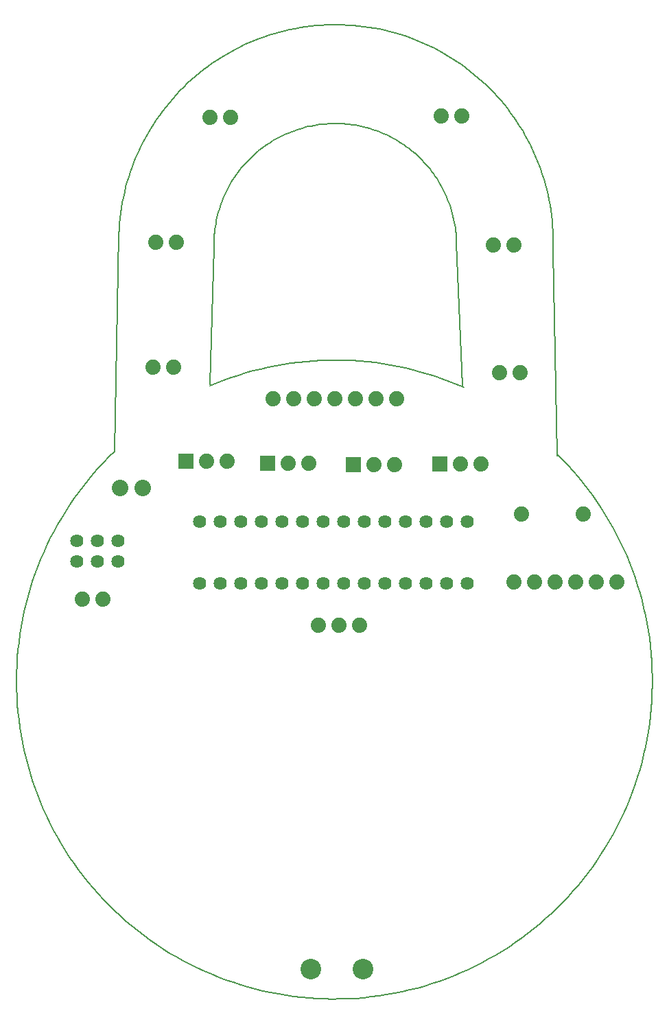
<source format=gbl>
G04 EAGLE Gerber X2 export*
G75*
%MOMM*%
%FSLAX34Y34*%
%LPD*%
%AMOC8*
5,1,8,0,0,1.08239X$1,22.5*%
G01*
%ADD10C,0.152400*%
%ADD11C,2.032000*%
%ADD12C,1.879600*%
%ADD13C,1.625600*%
%ADD14C,2.540000*%
%ADD15R,1.879600X1.879600*%


D10*
X540750Y761250D02*
X532044Y765004D01*
X523248Y768545D01*
X514370Y771872D01*
X505413Y774981D01*
X496383Y777871D01*
X487285Y780541D01*
X478125Y782989D01*
X468908Y785213D01*
X459640Y787212D01*
X450326Y788985D01*
X440972Y790530D01*
X431583Y791848D01*
X422164Y792937D01*
X412722Y793796D01*
X403261Y794426D01*
X393788Y794825D01*
X384309Y794993D01*
X374828Y794931D01*
X365351Y794637D01*
X355884Y794114D01*
X346433Y793360D01*
X337003Y792377D01*
X327599Y791164D01*
X318228Y789723D01*
X308895Y788054D01*
X299605Y786158D01*
X290364Y784038D01*
X281177Y781692D01*
X272050Y779125D01*
X262988Y776335D01*
X253997Y773326D01*
X245082Y770099D01*
X236248Y766657D01*
X227500Y763000D01*
X227500Y764750D02*
X232750Y934500D01*
X532000Y939750D02*
X539000Y763000D01*
X532000Y939750D02*
X531892Y943393D01*
X531695Y947032D01*
X531409Y950665D01*
X531035Y954290D01*
X530573Y957905D01*
X530023Y961508D01*
X529386Y965096D01*
X528661Y968667D01*
X527850Y972220D01*
X526952Y975752D01*
X525968Y979261D01*
X524900Y982746D01*
X523747Y986203D01*
X522510Y989631D01*
X521189Y993027D01*
X519787Y996391D01*
X518303Y999720D01*
X516738Y1003011D01*
X515094Y1006263D01*
X513371Y1009475D01*
X511571Y1012643D01*
X509693Y1015767D01*
X507741Y1018844D01*
X505714Y1021872D01*
X503613Y1024851D01*
X501441Y1027777D01*
X499198Y1030650D01*
X496886Y1033467D01*
X494506Y1036226D01*
X492060Y1038928D01*
X489548Y1041568D01*
X486973Y1044147D01*
X484336Y1046662D01*
X481639Y1049113D01*
X478882Y1051497D01*
X476068Y1053813D01*
X473199Y1056060D01*
X470276Y1058236D01*
X467301Y1060341D01*
X464275Y1062372D01*
X461201Y1064330D01*
X458080Y1066211D01*
X454914Y1068017D01*
X451705Y1069744D01*
X448455Y1071393D01*
X445166Y1072962D01*
X441840Y1074451D01*
X438478Y1075858D01*
X435083Y1077183D01*
X431657Y1078425D01*
X428202Y1079584D01*
X424719Y1080657D01*
X421211Y1081646D01*
X417681Y1082549D01*
X414129Y1083365D01*
X410558Y1084095D01*
X406971Y1084738D01*
X403369Y1085293D01*
X399755Y1085760D01*
X396130Y1086139D01*
X392498Y1086430D01*
X388859Y1086632D01*
X385216Y1086746D01*
X381572Y1086771D01*
X377928Y1086707D01*
X374287Y1086554D01*
X370651Y1086313D01*
X367021Y1085983D01*
X363401Y1085565D01*
X359792Y1085059D01*
X356196Y1084465D01*
X352616Y1083784D01*
X349054Y1083016D01*
X345511Y1082161D01*
X341990Y1081221D01*
X338493Y1080195D01*
X335022Y1079084D01*
X331580Y1077888D01*
X328167Y1076610D01*
X324786Y1075248D01*
X321440Y1073805D01*
X318130Y1072281D01*
X314858Y1070676D01*
X311626Y1068993D01*
X308435Y1067231D01*
X305289Y1065392D01*
X302189Y1063476D01*
X299136Y1061486D01*
X296132Y1059422D01*
X293179Y1057286D01*
X290280Y1055078D01*
X287435Y1052801D01*
X284646Y1050455D01*
X281916Y1048041D01*
X279244Y1045562D01*
X276634Y1043019D01*
X274087Y1040412D01*
X271604Y1037745D01*
X269187Y1035018D01*
X266837Y1032232D01*
X264555Y1029391D01*
X262343Y1026494D01*
X260202Y1023545D01*
X258134Y1020544D01*
X256140Y1017494D01*
X254220Y1014396D01*
X252376Y1011253D01*
X250610Y1008065D01*
X248922Y1004835D01*
X247312Y1001566D01*
X245783Y998258D01*
X244335Y994913D01*
X242969Y991535D01*
X241685Y988124D01*
X240485Y984683D01*
X239369Y981214D01*
X238338Y977718D01*
X237392Y974199D01*
X236532Y970657D01*
X235759Y967096D01*
X235073Y963517D01*
X234474Y959922D01*
X233962Y956314D01*
X233539Y952694D01*
X233204Y949065D01*
X232958Y945429D01*
X232800Y941788D01*
X232730Y938144D01*
X232750Y934500D01*
X115499Y950250D02*
X115814Y956797D01*
X116288Y963334D01*
X116922Y969858D01*
X117715Y976364D01*
X118668Y982849D01*
X119778Y989309D01*
X121047Y995739D01*
X122472Y1002137D01*
X124053Y1008498D01*
X125789Y1014818D01*
X127679Y1021094D01*
X129722Y1027322D01*
X131917Y1033498D01*
X134263Y1039618D01*
X136757Y1045679D01*
X139398Y1051678D01*
X142186Y1057610D01*
X145118Y1063472D01*
X148192Y1069261D01*
X151407Y1074972D01*
X154761Y1080604D01*
X158251Y1086151D01*
X161876Y1091612D01*
X165634Y1096983D01*
X169521Y1102259D01*
X173537Y1107440D01*
X177678Y1112520D01*
X181942Y1117498D01*
X186327Y1122370D01*
X190829Y1127133D01*
X195446Y1131785D01*
X200176Y1136322D01*
X205016Y1140743D01*
X209962Y1145044D01*
X215011Y1149222D01*
X220162Y1153276D01*
X225410Y1157202D01*
X230752Y1161000D01*
X236186Y1164665D01*
X241708Y1168196D01*
X247314Y1171591D01*
X253002Y1174849D01*
X258768Y1177966D01*
X264608Y1180941D01*
X270520Y1183772D01*
X276498Y1186458D01*
X282541Y1188997D01*
X288644Y1191387D01*
X294803Y1193628D01*
X301016Y1195717D01*
X307278Y1197654D01*
X313585Y1199437D01*
X319934Y1201065D01*
X326321Y1202537D01*
X332742Y1203853D01*
X339193Y1205011D01*
X345671Y1206011D01*
X352171Y1206853D01*
X358689Y1207535D01*
X365223Y1208058D01*
X371767Y1208421D01*
X378319Y1208623D01*
X384873Y1208666D01*
X391426Y1208548D01*
X397975Y1208269D01*
X404514Y1207831D01*
X411041Y1207233D01*
X417552Y1206476D01*
X424042Y1205559D01*
X430508Y1204484D01*
X436945Y1203251D01*
X443350Y1201862D01*
X449720Y1200316D01*
X456049Y1198614D01*
X462336Y1196759D01*
X468575Y1194750D01*
X474763Y1192589D01*
X480896Y1190278D01*
X486971Y1187817D01*
X492984Y1185208D01*
X498931Y1182454D01*
X504809Y1179554D01*
X510615Y1176512D01*
X516344Y1173328D01*
X521994Y1170006D01*
X527561Y1166546D01*
X533042Y1162951D01*
X538433Y1159224D01*
X543731Y1155365D01*
X548933Y1151378D01*
X554037Y1147265D01*
X559038Y1143029D01*
X563934Y1138671D01*
X568722Y1134195D01*
X573399Y1129603D01*
X577963Y1124899D01*
X582410Y1120084D01*
X586738Y1115161D01*
X590944Y1110135D01*
X595026Y1105007D01*
X598982Y1099781D01*
X602808Y1094459D01*
X606503Y1089046D01*
X610065Y1083544D01*
X613491Y1077956D01*
X616780Y1072286D01*
X619929Y1066538D01*
X622936Y1060714D01*
X625800Y1054818D01*
X628519Y1048854D01*
X631091Y1042826D01*
X633515Y1036736D01*
X635790Y1030589D01*
X637913Y1024388D01*
X639884Y1018137D01*
X641702Y1011840D01*
X643365Y1005500D01*
X644873Y999121D01*
X646224Y992708D01*
X647418Y986263D01*
X648454Y979791D01*
X649331Y973296D01*
X650049Y966781D01*
X650608Y960250D01*
X651007Y953708D01*
X651246Y947158D01*
X651324Y940604D01*
X651242Y934050D01*
X651000Y927500D01*
X115500Y950250D02*
X110250Y682500D01*
X656250Y677250D02*
X651000Y929250D01*
X656250Y679000D02*
X663012Y672198D01*
X669605Y665232D01*
X676027Y658107D01*
X682272Y650827D01*
X688337Y643397D01*
X694219Y635821D01*
X699914Y628103D01*
X705418Y620248D01*
X710729Y612261D01*
X715842Y604146D01*
X720756Y595909D01*
X725467Y587554D01*
X729973Y579087D01*
X734270Y570511D01*
X738356Y561834D01*
X742229Y553059D01*
X745886Y544192D01*
X749325Y535238D01*
X752544Y526203D01*
X755541Y517092D01*
X758315Y507910D01*
X760863Y498663D01*
X763184Y489357D01*
X765278Y479996D01*
X767141Y470588D01*
X768775Y461136D01*
X770176Y451648D01*
X771345Y442128D01*
X772281Y432582D01*
X772984Y423016D01*
X773452Y413436D01*
X773686Y403847D01*
X773685Y394256D01*
X773450Y384667D01*
X772981Y375087D01*
X772277Y365522D01*
X771340Y355976D01*
X770170Y346456D01*
X768767Y336968D01*
X767133Y327516D01*
X765268Y318108D01*
X763174Y308748D01*
X760851Y299442D01*
X758302Y290195D01*
X755527Y281014D01*
X752529Y271903D01*
X749308Y262868D01*
X745868Y253915D01*
X742210Y245048D01*
X738337Y236274D01*
X734249Y227597D01*
X729951Y219022D01*
X725445Y210555D01*
X720733Y202201D01*
X715818Y193964D01*
X710703Y185850D01*
X705392Y177864D01*
X699886Y170009D01*
X694191Y162292D01*
X688308Y154716D01*
X682242Y147287D01*
X675996Y140008D01*
X669574Y132884D01*
X662979Y125919D01*
X656217Y119117D01*
X649290Y112482D01*
X642202Y106019D01*
X634959Y99732D01*
X627565Y93623D01*
X620023Y87697D01*
X612339Y81957D01*
X604516Y76406D01*
X596561Y71049D01*
X588476Y65887D01*
X580268Y60925D01*
X571941Y56165D01*
X563500Y51610D01*
X554950Y47262D01*
X546297Y43126D01*
X537545Y39201D01*
X528700Y35492D01*
X519766Y32001D01*
X510750Y28729D01*
X501657Y25678D01*
X492491Y22850D01*
X483260Y20248D01*
X473967Y17872D01*
X464619Y15723D01*
X455222Y13804D01*
X445780Y12116D01*
X436300Y10658D01*
X426787Y9433D01*
X417247Y8441D01*
X407685Y7683D01*
X398108Y7158D01*
X388521Y6868D01*
X378929Y6812D01*
X369340Y6991D01*
X359757Y7404D01*
X350187Y8051D01*
X340636Y8932D01*
X331110Y10047D01*
X321613Y11394D01*
X312153Y12972D01*
X302733Y14782D01*
X293361Y16821D01*
X284042Y19089D01*
X274780Y21584D01*
X265583Y24305D01*
X256454Y27250D01*
X247401Y30417D01*
X238427Y33804D01*
X229539Y37410D01*
X220742Y41232D01*
X212041Y45268D01*
X203442Y49516D01*
X194948Y53972D01*
X186566Y58635D01*
X178301Y63502D01*
X170157Y68569D01*
X162140Y73833D01*
X154253Y79292D01*
X146503Y84943D01*
X138893Y90781D01*
X131427Y96803D01*
X124112Y103006D01*
X116950Y109386D01*
X109946Y115940D01*
X103105Y122662D01*
X96430Y129550D01*
X89926Y136599D01*
X83595Y143805D01*
X77443Y151164D01*
X71473Y158671D01*
X65688Y166321D01*
X60091Y174111D01*
X54687Y182035D01*
X49478Y190089D01*
X44468Y198268D01*
X39659Y206566D01*
X35054Y214980D01*
X30657Y223505D01*
X26469Y232134D01*
X22494Y240862D01*
X18733Y249686D01*
X15189Y258599D01*
X11864Y267595D01*
X8760Y276671D01*
X5878Y285819D01*
X3221Y295035D01*
X791Y304314D01*
X-1412Y313649D01*
X-3386Y323035D01*
X-5131Y332467D01*
X-6644Y341938D01*
X-7924Y351444D01*
X-8973Y360978D01*
X-9787Y370535D01*
X-10368Y380109D01*
X-10715Y389694D01*
X-10827Y399285D01*
X-10705Y408876D01*
X-10348Y418460D01*
X-9757Y428034D01*
X-8932Y437590D01*
X-7873Y447123D01*
X-6582Y456627D01*
X-5059Y466097D01*
X-3305Y475527D01*
X-1321Y484911D01*
X892Y494243D01*
X3333Y503519D01*
X6000Y512733D01*
X8891Y521878D01*
X12005Y530950D01*
X15339Y539943D01*
X18893Y548852D01*
X22663Y557671D01*
X26648Y566396D01*
X30845Y575021D01*
X35252Y583540D01*
X39865Y591949D01*
X44683Y600243D01*
X49702Y608416D01*
X54919Y616465D01*
X60332Y624383D01*
X65937Y632167D01*
X71730Y639811D01*
X77708Y647311D01*
X83869Y654663D01*
X90206Y661862D01*
X96719Y668904D01*
X103401Y675785D01*
X110249Y682501D01*
D11*
X144870Y637400D03*
X116930Y637400D03*
D12*
X387200Y467600D03*
X361800Y467600D03*
X412600Y467600D03*
X157950Y786450D03*
X183350Y786450D03*
X160950Y940450D03*
X186350Y940450D03*
X228200Y1094100D03*
X253600Y1094100D03*
X512950Y1095850D03*
X538350Y1095850D03*
X577200Y936600D03*
X602600Y936600D03*
X585450Y779100D03*
X610850Y779100D03*
D13*
X89150Y571650D03*
X89150Y546250D03*
X114550Y546250D03*
X114550Y571650D03*
X63750Y571650D03*
X63750Y546250D03*
D12*
X729700Y521500D03*
X704300Y521500D03*
X678900Y521500D03*
X653500Y521500D03*
X628100Y521500D03*
X602700Y521500D03*
X612500Y605350D03*
X688700Y605350D03*
X458050Y747300D03*
X432650Y747300D03*
X407250Y747300D03*
X381850Y747300D03*
X356450Y747300D03*
X331050Y747300D03*
X305650Y747300D03*
D14*
X416950Y43600D03*
X351950Y43600D03*
D13*
X215200Y519450D03*
X240600Y519450D03*
X266000Y519450D03*
X291400Y519450D03*
X316800Y519450D03*
X342200Y519450D03*
X367600Y519450D03*
X393000Y519450D03*
X418400Y519450D03*
X443800Y519450D03*
X469200Y519450D03*
X494600Y519450D03*
X520000Y519450D03*
X545400Y519450D03*
X545400Y595650D03*
X520000Y595650D03*
X494600Y595650D03*
X469200Y595650D03*
X443800Y595650D03*
X418400Y595650D03*
X393000Y595650D03*
X367600Y595650D03*
X342200Y595650D03*
X316800Y595650D03*
X291400Y595650D03*
X266000Y595650D03*
X240600Y595650D03*
X215200Y595650D03*
D15*
X511550Y667100D03*
D12*
X536950Y667100D03*
X562350Y667100D03*
D15*
X404450Y665850D03*
D12*
X429850Y665850D03*
X455250Y665850D03*
D15*
X299350Y667600D03*
D12*
X324750Y667600D03*
X350150Y667600D03*
D15*
X198250Y670100D03*
D12*
X223650Y670100D03*
X249050Y670100D03*
X70000Y500000D03*
X95400Y500000D03*
M02*

</source>
